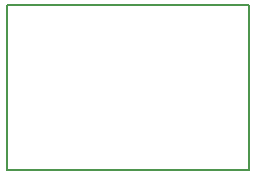
<source format=gm1>
G04 Layer_Color=16711935*
%FSLAX25Y25*%
%MOIN*%
G70*
G01*
G75*
%ADD25C,0.00500*%
D25*
X0Y0D02*
Y55118D01*
X80709D01*
Y0D02*
Y55118D01*
X0Y0D02*
X80709D01*
M02*

</source>
